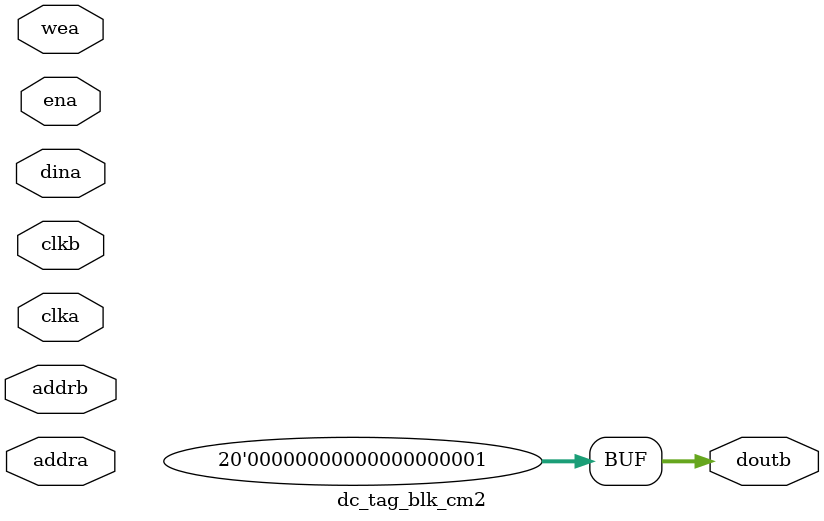
<source format=v>
/*******************************************************************************
*     This file is owned and controlled by Xilinx and must be used             *
*     solely for design, simulation, implementation and creation of            *
*     design files limited to Xilinx devices or technologies. Use              *
*     with non-Xilinx devices or technologies is expressly prohibited          *
*     and immediately terminates your license.                                 *
*                                                                              *
*     XILINX IS PROVIDING THIS DESIGN, CODE, OR INFORMATION "AS IS"            *
*     SOLELY FOR USE IN DEVELOPING PROGRAMS AND SOLUTIONS FOR                  *
*     XILINX DEVICES.  BY PROVIDING THIS DESIGN, CODE, OR INFORMATION          *
*     AS ONE POSSIBLE IMPLEMENTATION OF THIS FEATURE, APPLICATION              *
*     OR STANDARD, XILINX IS MAKING NO REPRESENTATION THAT THIS                *
*     IMPLEMENTATION IS FREE FROM ANY CLAIMS OF INFRINGEMENT,                  *
*     AND YOU ARE RESPONSIBLE FOR OBTAINING ANY RIGHTS YOU MAY REQUIRE         *
*     FOR YOUR IMPLEMENTATION.  XILINX EXPRESSLY DISCLAIMS ANY                 *
*     WARRANTY WHATSOEVER WITH RESPECT TO THE ADEQUACY OF THE                  *
*     IMPLEMENTATION, INCLUDING BUT NOT LIMITED TO ANY WARRANTIES OR           *
*     REPRESENTATIONS THAT THIS IMPLEMENTATION IS FREE FROM CLAIMS OF          *
*     INFRINGEMENT, IMPLIED WARRANTIES OF MERCHANTABILITY AND FITNESS          *
*     FOR A PARTICULAR PURPOSE.                                                *
*                                                                              *
*     Xilinx products are not intended for use in life support                 *
*     appliances, devices, or systems. Use in such applications are            *
*     expressly prohibited.                                                    *
*                                                                              *
*     (c) Copyright 1995-2009 Xilinx, Inc.                                     *
*     All rights reserved.                                                     *
*******************************************************************************/
// The synthesis directives "translate_off/translate_on" specified below are
// supported by Xilinx, Mentor Graphics and Synplicity synthesis
// tools. Ensure they are correct for your synthesis tool(s).

// You must compile the wrapper file dc_tag_blk_cm2.v when simulating
// the core, dc_tag_blk_cm2. When compiling the wrapper file, be sure to
// reference the XilinxCoreLib Verilog simulation library. For detailed
// instructions, please refer to the "CORE Generator Help".

// synopsys translate_off
`include "timescale.v"
// synopsys translate_on

`include "or1200_defines.v"

module dc_tag_blk_cm2(
	clka,
	ena,
	wea,
	addra,
	dina,
	clkb,
	addrb,
	doutb);


input clka;
input ena;
input [0 : 0] wea;
input [9 : 0] addra;
input [19 : 0] dina;
input clkb;
input [9 : 0] addrb;
output [19 : 0] doutb;

`ifdef BLK_MEM_GEN

// synthesis translate_off

      BLK_MEM_GEN_V3_1 #(
		.C_ADDRA_WIDTH(10),
		.C_ADDRB_WIDTH(10),
		.C_ALGORITHM(1),
		.C_BYTE_SIZE(9),
		.C_COMMON_CLK(0),
		.C_DEFAULT_DATA("0"),
		.C_DISABLE_WARN_BHV_COLL(0),
		.C_DISABLE_WARN_BHV_RANGE(0),
		.C_FAMILY("virtex5"),
		.C_HAS_ENA(1),
		.C_HAS_ENB(0),
		.C_HAS_INJECTERR(0),
		.C_HAS_MEM_OUTPUT_REGS_A(0),
		.C_HAS_MEM_OUTPUT_REGS_B(0),
		.C_HAS_MUX_OUTPUT_REGS_A(0),
		.C_HAS_MUX_OUTPUT_REGS_B(0),
		.C_HAS_REGCEA(0),
		.C_HAS_REGCEB(0),
		.C_HAS_RSTA(0),
		.C_HAS_RSTB(0),
		.C_INITA_VAL("0"),
		.C_INITB_VAL("0"),
		.C_INIT_FILE_NAME("no_coe_file_loaded"),
		.C_LOAD_INIT_FILE(0),
		.C_MEM_TYPE(1),
		.C_MUX_PIPELINE_STAGES(0),
		.C_PRIM_TYPE(1),
		.C_READ_DEPTH_A(1024),
		.C_READ_DEPTH_B(1024),
		.C_READ_WIDTH_A(20),
		.C_READ_WIDTH_B(20),
		.C_RSTRAM_A(0),
		.C_RSTRAM_B(0),
		.C_RST_PRIORITY_A("CE"),
		.C_RST_PRIORITY_B("CE"),
		.C_RST_TYPE("SYNC"),
		.C_SIM_COLLISION_CHECK("ALL"),
		.C_USE_BYTE_WEA(0),
		.C_USE_BYTE_WEB(0),
		.C_USE_DEFAULT_DATA(0),
		.C_USE_ECC(0),
		.C_WEA_WIDTH(1),
		.C_WEB_WIDTH(1),
		.C_WRITE_DEPTH_A(1024),
		.C_WRITE_DEPTH_B(1024),
		.C_WRITE_MODE_A("READ_FIRST"),
		.C_WRITE_MODE_B("READ_FIRST"),
		.C_WRITE_WIDTH_A(20),
		.C_WRITE_WIDTH_B(20),
		.C_XDEVICEFAMILY("virtex5"))
	inst (
		.CLKA(clka),
		.ENA(ena),
		.WEA(wea),
		.ADDRA(addra),
		.DINA(dina),
		.CLKB(clkb),
		.ADDRB(addrb),
		.DOUTB(doutb),
		.RSTA(),
		.REGCEA(),
		.DOUTA(),
		.RSTB(),
		.ENB(),
		.REGCEB(),
		.WEB(),
		.DINB(),
		.INJECTSBITERR(),
		.INJECTDBITERR(),
		.SBITERR(),
		.DBITERR(),
		.RDADDRECC());


// synthesis translate_on

`else

reg	[9:0]	addrb_reg;		// RAM address register

always @(posedge clka)
		addrb_reg <= #1 addrb;

//
// Generic RAM's registers and wires
//
reg	[19:0]	mem [(1<<10)-1:0];	// RAM content

//
// Data output drivers
//
//BUG HERE
/*assign doutb = mem[addrb_reg];*/
assign doutb = 1;

//
// RAM write
//
always @(posedge clka)
	if (ena && wea)
		mem[addra] <= #1 dina;

`endif

endmodule


</source>
